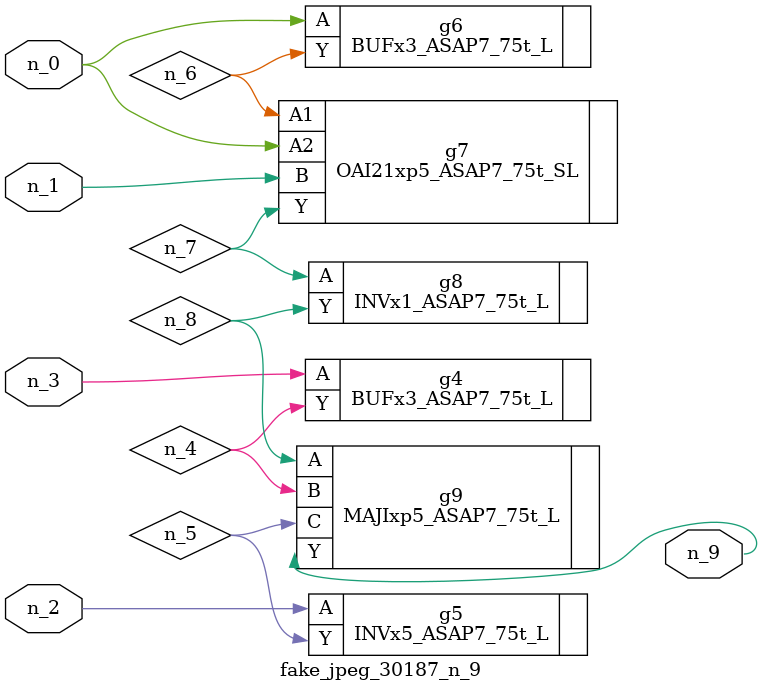
<source format=v>
module fake_jpeg_30187_n_9 (n_0, n_3, n_2, n_1, n_9);

input n_0;
input n_3;
input n_2;
input n_1;

output n_9;

wire n_4;
wire n_8;
wire n_6;
wire n_5;
wire n_7;

BUFx3_ASAP7_75t_L g4 ( 
.A(n_3),
.Y(n_4)
);

INVx5_ASAP7_75t_L g5 ( 
.A(n_2),
.Y(n_5)
);

BUFx3_ASAP7_75t_L g6 ( 
.A(n_0),
.Y(n_6)
);

OAI21xp5_ASAP7_75t_SL g7 ( 
.A1(n_6),
.A2(n_0),
.B(n_1),
.Y(n_7)
);

INVx1_ASAP7_75t_L g8 ( 
.A(n_7),
.Y(n_8)
);

MAJIxp5_ASAP7_75t_L g9 ( 
.A(n_8),
.B(n_4),
.C(n_5),
.Y(n_9)
);


endmodule
</source>
